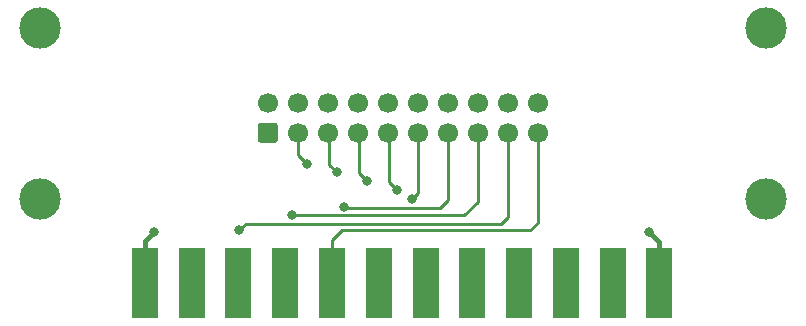
<source format=gtl>
%TF.GenerationSoftware,KiCad,Pcbnew,(5.1.8)-1*%
%TF.CreationDate,2021-04-08T13:49:55+02:00*%
%TF.ProjectId,C64 SpeedDOS Adapter,43363420-5370-4656-9564-444f53204164,rev?*%
%TF.SameCoordinates,Original*%
%TF.FileFunction,Copper,L1,Top*%
%TF.FilePolarity,Positive*%
%FSLAX46Y46*%
G04 Gerber Fmt 4.6, Leading zero omitted, Abs format (unit mm)*
G04 Created by KiCad (PCBNEW (5.1.8)-1) date 2021-04-08 13:49:55*
%MOMM*%
%LPD*%
G01*
G04 APERTURE LIST*
%TA.AperFunction,SMDPad,CuDef*%
%ADD10R,2.200000X6.000000*%
%TD*%
%TA.AperFunction,ComponentPad*%
%ADD11C,1.700000*%
%TD*%
%TA.AperFunction,ComponentPad*%
%ADD12C,3.500000*%
%TD*%
%TA.AperFunction,ViaPad*%
%ADD13C,0.800000*%
%TD*%
%TA.AperFunction,Conductor*%
%ADD14C,0.381000*%
%TD*%
%TA.AperFunction,Conductor*%
%ADD15C,0.250000*%
%TD*%
G04 APERTURE END LIST*
D10*
%TO.P,J1,12*%
%TO.N,GND*%
X129795000Y-105410000D03*
%TO.P,J1,11*%
%TO.N,N/C*%
X133755000Y-105410000D03*
%TO.P,J1,10*%
X137715000Y-105410000D03*
%TO.P,J1,9*%
X141675000Y-105410000D03*
%TO.P,J1,8*%
%TO.N,/VIA_CB1*%
X145635000Y-105410000D03*
%TO.P,J1,7*%
%TO.N,N/C*%
X149595000Y-105410000D03*
%TO.P,J1,6*%
X153555000Y-105410000D03*
%TO.P,J1,5*%
X157515000Y-105410000D03*
%TO.P,J1,4*%
X161475000Y-105410000D03*
%TO.P,J1,3*%
X165435000Y-105410000D03*
%TO.P,J1,2*%
X169395000Y-105410000D03*
%TO.P,J1,1*%
%TO.N,GND*%
X173355000Y-105410000D03*
%TD*%
D11*
%TO.P,J2,11*%
%TO.N,GND*%
X140208000Y-90170000D03*
X142748000Y-90170000D03*
X145288000Y-90170000D03*
X147828000Y-90170000D03*
X150368000Y-90170000D03*
X152908000Y-90170000D03*
X155448000Y-90170000D03*
X157988000Y-90170000D03*
X160528000Y-90170000D03*
%TO.P,J2,10*%
%TO.N,/VIA_CB1*%
X163068000Y-92710000D03*
%TO.P,J2,8*%
%TO.N,/VIA_PA6*%
X157988000Y-92710000D03*
%TO.P,J2,6*%
%TO.N,/VIA_PA4*%
X152908000Y-92710000D03*
%TO.P,J2,4*%
%TO.N,/VIA_PA2*%
X147828000Y-92710000D03*
%TO.P,J2,2*%
%TO.N,/VIA_PA0*%
X142748000Y-92710000D03*
%TO.P,J2,11*%
%TO.N,GND*%
X163068000Y-90170000D03*
%TO.P,J2,9*%
%TO.N,/VIA_PA7*%
X160528000Y-92710000D03*
%TO.P,J2,7*%
%TO.N,/VIA_PA5*%
X155448000Y-92710000D03*
%TO.P,J2,5*%
%TO.N,/VIA_PA3*%
X150368000Y-92710000D03*
%TO.P,J2,3*%
%TO.N,/VIA_PA1*%
X145288000Y-92710000D03*
%TO.P,J2,1*%
%TO.N,/VIA_CA2*%
%TA.AperFunction,ComponentPad*%
G36*
G01*
X140808000Y-93560000D02*
X139608000Y-93560000D01*
G75*
G02*
X139358000Y-93310000I0J250000D01*
G01*
X139358000Y-92110000D01*
G75*
G02*
X139608000Y-91860000I250000J0D01*
G01*
X140808000Y-91860000D01*
G75*
G02*
X141058000Y-92110000I0J-250000D01*
G01*
X141058000Y-93310000D01*
G75*
G02*
X140808000Y-93560000I-250000J0D01*
G01*
G37*
%TD.AperFunction*%
%TD*%
D12*
%TO.P,M1,1*%
%TO.N,N/C*%
X120904000Y-98298000D03*
%TD*%
%TO.P,M2,1*%
%TO.N,N/C*%
X182372000Y-98298000D03*
%TD*%
%TO.P,M3,1*%
%TO.N,N/C*%
X182372000Y-83820000D03*
%TD*%
%TO.P,M4,1*%
%TO.N,N/C*%
X120904000Y-83820000D03*
%TD*%
D13*
%TO.N,GND*%
X130556000Y-101092000D03*
X172466000Y-101092000D03*
%TO.N,/VIA_PA0*%
X143510000Y-95340000D03*
%TO.N,/VIA_PA1*%
X146050000Y-96065000D03*
%TO.N,/VIA_PA2*%
X148590000Y-96790000D03*
%TO.N,/VIA_PA3*%
X151130000Y-97515000D03*
%TO.N,/VIA_PA4*%
X152400000Y-98334990D03*
%TO.N,/VIA_PA5*%
X146685004Y-98969990D03*
%TO.N,/VIA_PA6*%
X142240000Y-99695000D03*
%TO.N,/VIA_PA7*%
X137795000Y-100965000D03*
%TD*%
D14*
%TO.N,GND*%
X129795000Y-101853000D02*
X130556000Y-101092000D01*
X129795000Y-105410000D02*
X129795000Y-101853000D01*
X173355000Y-101981000D02*
X172466000Y-101092000D01*
X173355000Y-105410000D02*
X173355000Y-101981000D01*
D15*
%TO.N,/VIA_PA0*%
X142748000Y-94578000D02*
X142748000Y-92710000D01*
X143510000Y-95340000D02*
X142748000Y-94578000D01*
%TO.N,/VIA_PA1*%
X145415000Y-92837000D02*
X145288000Y-92710000D01*
X145415000Y-95430000D02*
X145415000Y-92837000D01*
X146050000Y-96065000D02*
X145415000Y-95430000D01*
%TO.N,/VIA_PA2*%
X148590000Y-96790000D02*
X147955000Y-96155000D01*
X147955000Y-92837000D02*
X147828000Y-92710000D01*
X147955000Y-96155000D02*
X147955000Y-92837000D01*
%TO.N,/VIA_PA3*%
X151130000Y-97515000D02*
X150495000Y-96880000D01*
X150495000Y-92837000D02*
X150368000Y-92710000D01*
X150495000Y-96880000D02*
X150495000Y-92837000D01*
%TO.N,/VIA_CB1*%
X163068000Y-100330000D02*
X163068000Y-92710000D01*
X162433000Y-100965000D02*
X163068000Y-100330000D01*
X146494500Y-100965000D02*
X162433000Y-100965000D01*
X145635000Y-101824500D02*
X146494500Y-100965000D01*
X145635000Y-105410000D02*
X145635000Y-101824500D01*
%TO.N,/VIA_PA4*%
X152908000Y-92710000D02*
X152908000Y-97826990D01*
X152908000Y-97826990D02*
X152400000Y-98334990D01*
%TO.N,/VIA_PA5*%
X155448000Y-92710000D02*
X155448000Y-98425000D01*
X155448000Y-98425000D02*
X154813000Y-99060000D01*
X154813000Y-99060000D02*
X146775014Y-99060000D01*
X146775014Y-99060000D02*
X146685004Y-98969990D01*
%TO.N,/VIA_PA6*%
X156845000Y-99695000D02*
X142240000Y-99695000D01*
X157988000Y-98552000D02*
X156845000Y-99695000D01*
X157988000Y-92710000D02*
X157988000Y-98552000D01*
%TO.N,/VIA_PA7*%
X160528000Y-92710000D02*
X160528000Y-99822000D01*
X160528000Y-99822000D02*
X160020000Y-100330000D01*
X138339999Y-100420001D02*
X137795000Y-100965000D01*
X159929999Y-100420001D02*
X138339999Y-100420001D01*
X160020000Y-100330000D02*
X159929999Y-100420001D01*
%TD*%
M02*

</source>
